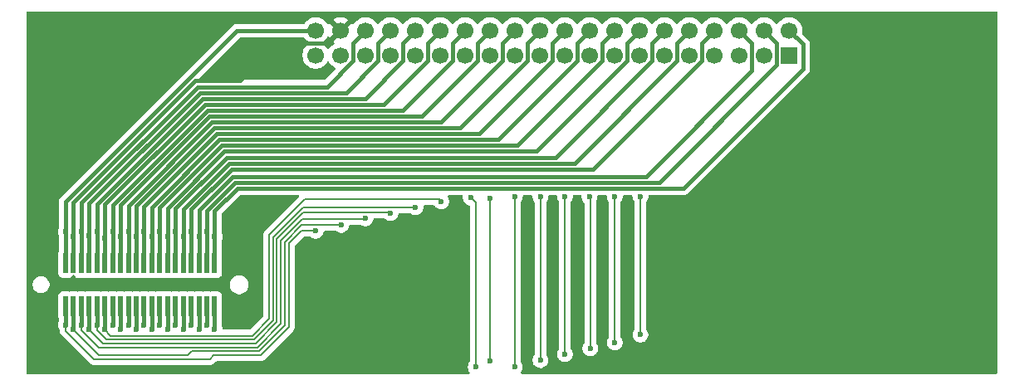
<source format=gbr>
G04 #@! TF.GenerationSoftware,KiCad,Pcbnew,9.0.1*
G04 #@! TF.CreationDate,2025-11-10T14:24:31+01:00*
G04 #@! TF.ProjectId,Debugmodul,44656275-676d-46f6-9475-6c2e6b696361,rev?*
G04 #@! TF.SameCoordinates,Original*
G04 #@! TF.FileFunction,Copper,L1,Top*
G04 #@! TF.FilePolarity,Positive*
%FSLAX46Y46*%
G04 Gerber Fmt 4.6, Leading zero omitted, Abs format (unit mm)*
G04 Created by KiCad (PCBNEW 9.0.1) date 2025-11-10 14:24:31*
%MOMM*%
%LPD*%
G01*
G04 APERTURE LIST*
G04 #@! TA.AperFunction,ComponentPad*
%ADD10R,1.700000X1.700000*%
G04 #@! TD*
G04 #@! TA.AperFunction,ComponentPad*
%ADD11C,1.700000*%
G04 #@! TD*
G04 #@! TA.AperFunction,SMDPad,CuDef*
%ADD12R,0.500000X2.000000*%
G04 #@! TD*
G04 #@! TA.AperFunction,ViaPad*
%ADD13C,0.600000*%
G04 #@! TD*
G04 #@! TA.AperFunction,Conductor*
%ADD14C,0.400000*%
G04 #@! TD*
G04 #@! TA.AperFunction,Conductor*
%ADD15C,0.200000*%
G04 #@! TD*
G04 APERTURE END LIST*
D10*
X178260000Y-72000000D03*
D11*
X178260000Y-69460000D03*
X175720000Y-72000000D03*
X175720000Y-69460000D03*
X173180000Y-72000000D03*
X173180000Y-69460000D03*
X170640000Y-72000000D03*
X170640000Y-69460000D03*
X168100000Y-72000000D03*
X168100000Y-69460000D03*
X165560000Y-72000000D03*
X165560000Y-69460000D03*
X163020000Y-72000000D03*
X163020000Y-69460000D03*
X160480000Y-72000000D03*
X160480000Y-69460000D03*
X157940000Y-72000000D03*
X157940000Y-69460000D03*
X155400000Y-72000000D03*
X155400000Y-69460000D03*
X152860000Y-72000000D03*
X152860000Y-69460000D03*
X150320000Y-72000000D03*
X150320000Y-69460000D03*
X147780000Y-72000000D03*
X147780000Y-69460000D03*
X145240000Y-72000000D03*
X145240000Y-69460000D03*
X142700000Y-72000000D03*
X142700000Y-69460000D03*
X140160000Y-72000000D03*
X140160000Y-69460000D03*
X137620000Y-72000000D03*
X137620000Y-69460000D03*
X135080000Y-72000000D03*
X135080000Y-69460000D03*
X132540000Y-72000000D03*
X132540000Y-69460000D03*
X130000000Y-72000000D03*
X130000000Y-69460000D03*
D12*
X104500000Y-93200000D03*
X104500000Y-97600000D03*
X105300000Y-93200000D03*
X105300000Y-97600000D03*
X106100000Y-93200000D03*
X106100000Y-97600000D03*
X106900000Y-93200000D03*
X106900000Y-97600000D03*
X107700000Y-93200000D03*
X107700000Y-97600000D03*
X108500000Y-93200000D03*
X108500000Y-97600000D03*
X109300000Y-93200000D03*
X109300000Y-97600000D03*
X110100000Y-93200000D03*
X110100000Y-97600000D03*
X110900000Y-93200000D03*
X110900000Y-97600000D03*
X111700000Y-93200000D03*
X111700000Y-97600000D03*
X112500000Y-93200000D03*
X112500000Y-97600000D03*
X113300000Y-93200000D03*
X113300000Y-97600000D03*
X114100000Y-93200000D03*
X114100000Y-97600000D03*
X114900000Y-93200000D03*
X114900000Y-97600000D03*
X115700000Y-93200000D03*
X115700000Y-97600000D03*
X116500000Y-93200000D03*
X116500000Y-97600000D03*
X117300000Y-93200000D03*
X117300000Y-97600000D03*
X118100000Y-93200000D03*
X118100000Y-97600000D03*
X118900000Y-93200000D03*
X118900000Y-97600000D03*
X119700000Y-93200000D03*
X119700000Y-97600000D03*
D13*
X130000000Y-89900000D03*
X132600000Y-89300000D03*
X135050000Y-88650000D03*
X137620000Y-88100000D03*
X140160000Y-87500000D03*
X142800000Y-86900000D03*
X145800000Y-86500000D03*
X146300000Y-103800000D03*
X147800000Y-86600000D03*
X147800000Y-103200000D03*
X150300000Y-86400000D03*
X150300000Y-103800000D03*
X163100000Y-100500000D03*
X160500000Y-101300000D03*
X155400000Y-102500000D03*
X158000000Y-101900000D03*
X152900000Y-103100000D03*
X152900000Y-86400000D03*
X155400000Y-86400000D03*
X157900000Y-86400000D03*
X160500000Y-86400000D03*
X163100000Y-86400000D03*
X119700000Y-100000000D03*
X118900000Y-99500000D03*
X118100000Y-100000000D03*
X117300000Y-99500000D03*
X116500000Y-100000000D03*
X115700000Y-99500000D03*
X114900000Y-100000000D03*
X114100000Y-99500000D03*
X113300000Y-100000000D03*
X112500000Y-99500000D03*
X111700000Y-100000000D03*
X110900000Y-99500000D03*
X110100000Y-100000000D03*
X109300000Y-99500000D03*
X108500000Y-100000000D03*
X107700000Y-99500000D03*
X106900000Y-100000000D03*
X106100000Y-99500000D03*
X105300000Y-100000000D03*
X104500000Y-99500000D03*
X119700000Y-90500000D03*
X118900000Y-90000000D03*
X118100000Y-90500000D03*
X117300000Y-90000000D03*
X116500000Y-90500000D03*
X115700000Y-90000000D03*
X114900000Y-90500000D03*
X114100000Y-90000000D03*
X113300000Y-90500000D03*
X112500000Y-90000000D03*
X111700000Y-90500000D03*
X110900000Y-90000000D03*
X110100000Y-90500000D03*
X109300000Y-90000000D03*
X108500001Y-90625719D03*
X107700001Y-89998299D03*
X106900001Y-90430503D03*
X106100000Y-90000000D03*
X104500000Y-90000000D03*
X105300000Y-90500000D03*
D14*
X179650000Y-70850000D02*
X178260000Y-69460000D01*
X179650000Y-73400000D02*
X179650000Y-70850000D01*
X122023446Y-85550000D02*
X167500000Y-85550000D01*
X167500000Y-85550000D02*
X179650000Y-73400000D01*
X119700000Y-87873446D02*
X122023446Y-85550000D01*
X119700000Y-90500000D02*
X119700000Y-87873446D01*
X177009000Y-72941000D02*
X177009000Y-70789000D01*
X121774918Y-84950000D02*
X165000000Y-84950000D01*
X165000000Y-84950000D02*
X177009000Y-72941000D01*
X118900000Y-87824918D02*
X121774918Y-84950000D01*
X118900000Y-90000000D02*
X118900000Y-87824918D01*
X177009000Y-70789000D02*
X175720000Y-69500000D01*
D15*
X160450000Y-101250000D02*
X160450000Y-86450000D01*
X160450000Y-86450000D02*
X160500000Y-86400000D01*
X160500000Y-101300000D02*
X160450000Y-101250000D01*
X130000000Y-89900000D02*
X128550000Y-89900000D01*
X107900000Y-102600000D02*
X105300000Y-100000000D01*
X116934314Y-102600000D02*
X107900000Y-102600000D01*
X117332315Y-102202000D02*
X116934314Y-102600000D01*
X119430898Y-102202000D02*
X117332315Y-102202000D01*
X124211744Y-102201000D02*
X119431900Y-102201000D01*
X126850000Y-91032900D02*
X126850000Y-99562739D01*
X126850000Y-99562739D02*
X124211744Y-102201000D01*
X128582900Y-89300000D02*
X126850000Y-91032900D01*
X119431900Y-102201000D02*
X119430898Y-102202000D01*
X132600000Y-89300000D02*
X128582900Y-89300000D01*
X106100000Y-100049943D02*
X106100000Y-99500000D01*
X107852057Y-101802000D02*
X106100000Y-100049943D01*
X108602114Y-101802000D02*
X107852057Y-101802000D01*
X108603114Y-101803000D02*
X108602114Y-101802000D01*
X117165627Y-101803000D02*
X108603114Y-101803000D01*
X117166629Y-101802000D02*
X117165627Y-101803000D01*
X119266214Y-101801000D02*
X119265213Y-101802000D01*
X126450000Y-90867215D02*
X126450000Y-99397054D01*
X128617214Y-88700000D02*
X126450000Y-90867215D01*
X135000000Y-88700000D02*
X128617214Y-88700000D01*
X135050000Y-88650000D02*
X135000000Y-88700000D01*
X126450000Y-99397054D02*
X124046059Y-101801000D01*
X124046059Y-101801000D02*
X119266214Y-101801000D01*
X119265213Y-101802000D02*
X117166629Y-101802000D01*
X128900000Y-86700000D02*
X142600000Y-86700000D01*
X125250000Y-90350000D02*
X128900000Y-86700000D01*
X125250000Y-98900000D02*
X125250000Y-90350000D01*
X108769214Y-101402000D02*
X108768214Y-101401000D01*
X117000529Y-101401000D02*
X116999529Y-101402000D01*
X126050000Y-99231372D02*
X123880370Y-101401000D01*
X126050000Y-90700115D02*
X126050000Y-99231372D01*
X128700115Y-88050000D02*
X126050000Y-90700115D01*
X107700000Y-100049943D02*
X107700000Y-99500000D01*
X108651057Y-101001000D02*
X107700000Y-100049943D01*
X137570000Y-88050000D02*
X128700115Y-88050000D01*
X123714685Y-101001000D02*
X116834843Y-101001000D01*
X125650000Y-99065686D02*
X123714685Y-101001000D01*
X109101000Y-100601000D02*
X123549000Y-100601000D01*
X125650000Y-90534430D02*
X125650000Y-99065686D01*
X116999529Y-101402000D02*
X108769214Y-101402000D01*
X128684430Y-87500000D02*
X125650000Y-90534430D01*
X123549000Y-100601000D02*
X125250000Y-98900000D01*
X140160000Y-87500000D02*
X128684430Y-87500000D01*
X108768214Y-101401000D02*
X108301000Y-101401000D01*
X137620000Y-88100000D02*
X137570000Y-88050000D01*
X108500000Y-100000000D02*
X109101000Y-100601000D01*
X116833844Y-101002000D02*
X108934900Y-101002000D01*
X108934900Y-101002000D02*
X108933899Y-101001000D01*
X108301000Y-101401000D02*
X106900000Y-100000000D01*
X116834843Y-101001000D02*
X116833844Y-101002000D01*
X142600000Y-86700000D02*
X142800000Y-86900000D01*
X123880370Y-101401000D02*
X117000529Y-101401000D01*
X108933899Y-101001000D02*
X108651057Y-101001000D01*
X104500000Y-100100000D02*
X104500000Y-99500000D01*
X107401000Y-103001000D02*
X104500000Y-100100000D01*
X119199000Y-103001000D02*
X107401000Y-103001000D01*
X124377844Y-102602000D02*
X119598000Y-102602000D01*
X127251000Y-99728840D02*
X124377844Y-102602000D01*
X127251000Y-91199000D02*
X127251000Y-99728840D01*
X128550000Y-89900000D02*
X127251000Y-91199000D01*
X119598000Y-102602000D02*
X119199000Y-103001000D01*
X146300000Y-103800000D02*
X146300000Y-87000000D01*
X146300000Y-87000000D02*
X145800000Y-86500000D01*
X147800000Y-103200000D02*
X147800000Y-86600000D01*
X150300000Y-103800000D02*
X150300000Y-86400000D01*
X152900000Y-103100000D02*
X152900000Y-86400000D01*
X155400000Y-102500000D02*
X155400000Y-86400000D01*
X158000000Y-101900000D02*
X158000000Y-86500000D01*
X158000000Y-86500000D02*
X157900000Y-86400000D01*
X163100000Y-100500000D02*
X163100000Y-86400000D01*
D14*
X118900000Y-99500000D02*
X118900000Y-97800000D01*
X118100000Y-100000000D02*
X118100000Y-97800000D01*
X117300000Y-99500000D02*
X117300000Y-97800000D01*
X116500000Y-100000000D02*
X116500000Y-97800000D01*
X115700000Y-99500000D02*
X115700000Y-97800000D01*
X114900000Y-100000000D02*
X114900000Y-97800000D01*
X114100000Y-99500000D02*
X114100000Y-97800000D01*
X113300000Y-100000000D02*
X113300000Y-97800000D01*
X112500000Y-99500000D02*
X112500000Y-97800000D01*
X111700000Y-100000000D02*
X111700000Y-97800000D01*
X110900000Y-99500000D02*
X110900000Y-97800000D01*
X110100000Y-100000000D02*
X110100000Y-97800000D01*
X109300000Y-99500000D02*
X109300000Y-97800000D01*
X108500000Y-100000000D02*
X108500000Y-97800000D01*
X107700000Y-99500000D02*
X107700000Y-97800000D01*
X106900000Y-100000000D02*
X106900000Y-97800000D01*
X106100000Y-99500000D02*
X106100000Y-97800000D01*
X105300000Y-100000000D02*
X105300000Y-97800000D01*
X104500000Y-99500000D02*
X104500000Y-97800000D01*
X118100000Y-90500000D02*
X118100000Y-87776390D01*
X117300000Y-90000000D02*
X117300000Y-87727862D01*
X116500000Y-93000000D02*
X116500000Y-90500000D01*
X115700000Y-90000000D02*
X115700000Y-87630806D01*
X114900000Y-90500000D02*
X114900000Y-87582278D01*
X114100000Y-90000000D02*
X114100000Y-87533750D01*
X113300000Y-90500000D02*
X113300000Y-87485222D01*
X112500000Y-90000000D02*
X112500000Y-87436694D01*
X111700000Y-90500000D02*
X111700000Y-87388166D01*
X110900000Y-90000000D02*
X110900000Y-87339638D01*
X110100000Y-90500000D02*
X110100000Y-93000000D01*
X109300000Y-90000000D02*
X109300000Y-93000000D01*
X151571000Y-72558182D02*
X151571000Y-70789000D01*
X144729182Y-79400000D02*
X151571000Y-72558182D01*
X119688166Y-79400000D02*
X144729182Y-79400000D01*
X111700000Y-87388166D02*
X119688166Y-79400000D01*
X151571000Y-70789000D02*
X152860000Y-69500000D01*
X111700000Y-93000000D02*
X111700000Y-90500000D01*
X149031000Y-70789000D02*
X150320000Y-69500000D01*
X149031000Y-72558182D02*
X149031000Y-70789000D01*
X142789182Y-78800000D02*
X149031000Y-72558182D01*
X119439638Y-78800000D02*
X142789182Y-78800000D01*
X110900000Y-87339638D02*
X119439638Y-78800000D01*
X110900000Y-93000000D02*
X110900000Y-90000000D01*
X118942582Y-77600000D02*
X109300000Y-87242582D01*
X109300000Y-87242582D02*
X109300000Y-90000000D01*
X138909182Y-77600000D02*
X118942582Y-77600000D01*
X143951000Y-70789000D02*
X143951000Y-72558182D01*
X143951000Y-72558182D02*
X138909182Y-77600000D01*
X145240000Y-69500000D02*
X143951000Y-70789000D01*
X108500001Y-87194053D02*
X108500001Y-90625719D01*
X118694054Y-77000000D02*
X108500001Y-87194053D01*
X136969182Y-77000000D02*
X118694054Y-77000000D01*
X141449000Y-72520182D02*
X136969182Y-77000000D01*
X141449000Y-70751000D02*
X141449000Y-72520182D01*
X142700000Y-69500000D02*
X141449000Y-70751000D01*
X118445526Y-76400000D02*
X107700001Y-87145525D01*
X135067182Y-76400000D02*
X118445526Y-76400000D01*
X138909000Y-72558182D02*
X135067182Y-76400000D01*
X138909000Y-70751000D02*
X138909000Y-72558182D01*
X140160000Y-69500000D02*
X138909000Y-70751000D01*
X107700001Y-87145525D02*
X107700001Y-89998299D01*
X106900000Y-87096998D02*
X106900001Y-90430503D01*
X133127182Y-75800000D02*
X118196998Y-75800000D01*
X136369000Y-72558182D02*
X133127182Y-75800000D01*
X136369000Y-70751000D02*
X136369000Y-72558182D01*
X137620000Y-69500000D02*
X136369000Y-70751000D01*
X118196998Y-75800000D02*
X106900000Y-87096998D01*
X131290000Y-70750000D02*
X132540000Y-69500000D01*
X122248000Y-74600000D02*
X126098000Y-70750000D01*
X117699942Y-74600000D02*
X122248000Y-74600000D01*
X105300000Y-86999942D02*
X117699942Y-74600000D01*
X105300000Y-90500000D02*
X105300000Y-86999942D01*
X126098000Y-70750000D02*
X131290000Y-70750000D01*
X133829000Y-72558182D02*
X133829000Y-70751000D01*
X131187182Y-75200000D02*
X133829000Y-72558182D01*
X106100000Y-87048470D02*
X117948470Y-75200000D01*
X133829000Y-70751000D02*
X135080000Y-69500000D01*
X106100000Y-90000000D02*
X106100000Y-87048470D01*
X117948470Y-75200000D02*
X131187182Y-75200000D01*
X119700000Y-93000000D02*
X119700000Y-90500000D01*
X118900000Y-93000000D02*
X118900000Y-90000000D01*
X174469000Y-70789000D02*
X173180000Y-69500000D01*
X163700000Y-84350000D02*
X174469000Y-73581000D01*
X121526390Y-84350000D02*
X163700000Y-84350000D01*
X118100000Y-87776390D02*
X121526390Y-84350000D01*
X118100000Y-93000000D02*
X118100000Y-90500000D01*
X169351000Y-70789000D02*
X170640000Y-69500000D01*
X169351000Y-72558182D02*
X169351000Y-70789000D01*
X158309182Y-83600000D02*
X169351000Y-72558182D01*
X121427862Y-83600000D02*
X158309182Y-83600000D01*
X117300000Y-93000000D02*
X117300000Y-90000000D01*
X166849000Y-72558182D02*
X166849000Y-70751000D01*
X156407182Y-83000000D02*
X166849000Y-72558182D01*
X116500000Y-87679334D02*
X121179334Y-83000000D01*
X116500000Y-90500000D02*
X116500000Y-87679334D01*
X164309000Y-70751000D02*
X165560000Y-69500000D01*
X164309000Y-72558182D02*
X164309000Y-70751000D01*
X154467182Y-82400000D02*
X164309000Y-72558182D01*
X120930806Y-82400000D02*
X154467182Y-82400000D01*
X121179334Y-83000000D02*
X156407182Y-83000000D01*
X115700000Y-87630806D02*
X120930806Y-82400000D01*
X161731000Y-70789000D02*
X163020000Y-69500000D01*
X161731000Y-72558182D02*
X161731000Y-70789000D01*
X120682278Y-81800000D02*
X152489182Y-81800000D01*
X174469000Y-73581000D02*
X174469000Y-70789000D01*
X114900000Y-87582278D02*
X120682278Y-81800000D01*
X114900000Y-93000000D02*
X114900000Y-90500000D01*
X159191000Y-70789000D02*
X160480000Y-69500000D01*
X159191000Y-72558182D02*
X159191000Y-70789000D01*
X150549182Y-81200000D02*
X159191000Y-72558182D01*
X114100000Y-87533750D02*
X120433750Y-81200000D01*
X114100000Y-93000000D02*
X114100000Y-90000000D01*
X156651000Y-72558182D02*
X156651000Y-70789000D01*
X148609182Y-80600000D02*
X156651000Y-72558182D01*
X113300000Y-93000000D02*
X113300000Y-90500000D01*
X154149000Y-70751000D02*
X155400000Y-69500000D01*
X154149000Y-72520182D02*
X154149000Y-70751000D01*
X146669182Y-80000000D02*
X154149000Y-72520182D01*
X119936694Y-80000000D02*
X146669182Y-80000000D01*
X112500000Y-93000000D02*
X112500000Y-90000000D01*
X166849000Y-70751000D02*
X168100000Y-69500000D01*
X117300000Y-87727862D02*
X121427862Y-83600000D01*
X119191110Y-78200000D02*
X110100000Y-87291110D01*
X140847768Y-78200000D02*
X119191110Y-78200000D01*
X146491000Y-72556768D02*
X140847768Y-78200000D01*
X147780000Y-69500000D02*
X146491000Y-70789000D01*
X152489182Y-81800000D02*
X161731000Y-72558182D01*
X113300000Y-87485222D02*
X120185222Y-80600000D01*
X120185222Y-80600000D02*
X148609182Y-80600000D01*
X120433750Y-81200000D02*
X150549182Y-81200000D01*
X110100000Y-87291110D02*
X110100000Y-90500000D01*
X156651000Y-70789000D02*
X157940000Y-69500000D01*
X115700000Y-93000000D02*
X115700000Y-90000000D01*
X146491000Y-70789000D02*
X146491000Y-72556768D01*
X112500000Y-87436694D02*
X119936694Y-80000000D01*
X121950000Y-69500000D02*
X130000000Y-69500000D01*
X104500000Y-90000000D02*
X104500000Y-86950000D01*
X104500000Y-86950000D02*
X121950000Y-69500000D01*
X108500000Y-93000000D02*
X108500001Y-90625719D01*
X107700000Y-93000000D02*
X107700001Y-89998299D01*
X106900000Y-93000000D02*
X106900001Y-90430503D01*
X106100000Y-93000000D02*
X106100000Y-90000000D01*
X105300000Y-93000000D02*
X105300000Y-90500000D01*
X104500000Y-93000000D02*
X104500000Y-90000000D01*
X119700000Y-100000000D02*
X119700000Y-97800000D01*
G04 #@! TA.AperFunction,Conductor*
G36*
X199442539Y-67520185D02*
G01*
X199488294Y-67572989D01*
X199499500Y-67624500D01*
X199499500Y-104375500D01*
X199479815Y-104442539D01*
X199427011Y-104488294D01*
X199375500Y-104499500D01*
X151027350Y-104499500D01*
X150960311Y-104479815D01*
X150914556Y-104427011D01*
X150904612Y-104357853D01*
X150924248Y-104306609D01*
X151009390Y-104179185D01*
X151009390Y-104179184D01*
X151009394Y-104179179D01*
X151069737Y-104033497D01*
X151100500Y-103878842D01*
X151100500Y-103721158D01*
X151100500Y-103721155D01*
X151100499Y-103721153D01*
X151078447Y-103610292D01*
X151069737Y-103566503D01*
X151034536Y-103481519D01*
X151009397Y-103420827D01*
X151009390Y-103420814D01*
X150921398Y-103289125D01*
X150900520Y-103222447D01*
X150900500Y-103220234D01*
X150900500Y-86979765D01*
X150920185Y-86912726D01*
X150921398Y-86910874D01*
X150981347Y-86821155D01*
X151009394Y-86779179D01*
X151069737Y-86633497D01*
X151100500Y-86478842D01*
X151100500Y-86374500D01*
X151120185Y-86307461D01*
X151172989Y-86261706D01*
X151224500Y-86250500D01*
X151975500Y-86250500D01*
X152042539Y-86270185D01*
X152088294Y-86322989D01*
X152099500Y-86374500D01*
X152099500Y-86478846D01*
X152130261Y-86633489D01*
X152130264Y-86633501D01*
X152190602Y-86779172D01*
X152190609Y-86779185D01*
X152278602Y-86910874D01*
X152299480Y-86977551D01*
X152299500Y-86979765D01*
X152299500Y-102520234D01*
X152279815Y-102587273D01*
X152278602Y-102589125D01*
X152190609Y-102720814D01*
X152190602Y-102720827D01*
X152130264Y-102866498D01*
X152130261Y-102866510D01*
X152099500Y-103021153D01*
X152099500Y-103178846D01*
X152130261Y-103333489D01*
X152130264Y-103333501D01*
X152190602Y-103479172D01*
X152190609Y-103479185D01*
X152278210Y-103610288D01*
X152278213Y-103610292D01*
X152389707Y-103721786D01*
X152389711Y-103721789D01*
X152520814Y-103809390D01*
X152520827Y-103809397D01*
X152666498Y-103869735D01*
X152666503Y-103869737D01*
X152813119Y-103898901D01*
X152821153Y-103900499D01*
X152821156Y-103900500D01*
X152821158Y-103900500D01*
X152978844Y-103900500D01*
X152978845Y-103900499D01*
X153133497Y-103869737D01*
X153279179Y-103809394D01*
X153410289Y-103721789D01*
X153521789Y-103610289D01*
X153609394Y-103479179D01*
X153669737Y-103333497D01*
X153700500Y-103178842D01*
X153700500Y-103021158D01*
X153700500Y-103021155D01*
X153700499Y-103021153D01*
X153688434Y-102960501D01*
X153669737Y-102866503D01*
X153650812Y-102820814D01*
X153609397Y-102720827D01*
X153609390Y-102720814D01*
X153521398Y-102589125D01*
X153500520Y-102522447D01*
X153500500Y-102520234D01*
X153500500Y-86979765D01*
X153520185Y-86912726D01*
X153521398Y-86910874D01*
X153581347Y-86821155D01*
X153609394Y-86779179D01*
X153669737Y-86633497D01*
X153700500Y-86478842D01*
X153700500Y-86374500D01*
X153720185Y-86307461D01*
X153772989Y-86261706D01*
X153824500Y-86250500D01*
X154475500Y-86250500D01*
X154542539Y-86270185D01*
X154588294Y-86322989D01*
X154599500Y-86374500D01*
X154599500Y-86478846D01*
X154630261Y-86633489D01*
X154630264Y-86633501D01*
X154690602Y-86779172D01*
X154690609Y-86779185D01*
X154778602Y-86910874D01*
X154799480Y-86977551D01*
X154799500Y-86979765D01*
X154799500Y-101920234D01*
X154779815Y-101987273D01*
X154778602Y-101989125D01*
X154690609Y-102120814D01*
X154690602Y-102120827D01*
X154630264Y-102266498D01*
X154630261Y-102266510D01*
X154599500Y-102421153D01*
X154599500Y-102578846D01*
X154630261Y-102733489D01*
X154630264Y-102733501D01*
X154690602Y-102879172D01*
X154690609Y-102879185D01*
X154778210Y-103010288D01*
X154778213Y-103010292D01*
X154889707Y-103121786D01*
X154889711Y-103121789D01*
X155020814Y-103209390D01*
X155020827Y-103209397D01*
X155091857Y-103238818D01*
X155166503Y-103269737D01*
X155321153Y-103300499D01*
X155321156Y-103300500D01*
X155321158Y-103300500D01*
X155478844Y-103300500D01*
X155478845Y-103300499D01*
X155633497Y-103269737D01*
X155779179Y-103209394D01*
X155910289Y-103121789D01*
X156021789Y-103010289D01*
X156109394Y-102879179D01*
X156169737Y-102733497D01*
X156200500Y-102578842D01*
X156200500Y-102421158D01*
X156200500Y-102421155D01*
X156200499Y-102421153D01*
X156198338Y-102410288D01*
X156169737Y-102266503D01*
X156169735Y-102266498D01*
X156109397Y-102120827D01*
X156109390Y-102120814D01*
X156021398Y-101989125D01*
X156000520Y-101922447D01*
X156000500Y-101920234D01*
X156000500Y-86979765D01*
X156020185Y-86912726D01*
X156021398Y-86910874D01*
X156081347Y-86821155D01*
X156109394Y-86779179D01*
X156169737Y-86633497D01*
X156200500Y-86478842D01*
X156200500Y-86374500D01*
X156220185Y-86307461D01*
X156272989Y-86261706D01*
X156324500Y-86250500D01*
X156975500Y-86250500D01*
X157042539Y-86270185D01*
X157088294Y-86322989D01*
X157099500Y-86374500D01*
X157099500Y-86478846D01*
X157130261Y-86633489D01*
X157130264Y-86633501D01*
X157190602Y-86779172D01*
X157190609Y-86779185D01*
X157278209Y-86910287D01*
X157278210Y-86910288D01*
X157278211Y-86910289D01*
X157363182Y-86995260D01*
X157396666Y-87056581D01*
X157399500Y-87082940D01*
X157399500Y-101320234D01*
X157379815Y-101387273D01*
X157378602Y-101389125D01*
X157290609Y-101520814D01*
X157290602Y-101520827D01*
X157230264Y-101666498D01*
X157230261Y-101666510D01*
X157199500Y-101821153D01*
X157199500Y-101978846D01*
X157230261Y-102133489D01*
X157230264Y-102133501D01*
X157290602Y-102279172D01*
X157290609Y-102279185D01*
X157378210Y-102410288D01*
X157378213Y-102410292D01*
X157489707Y-102521786D01*
X157489711Y-102521789D01*
X157620814Y-102609390D01*
X157620827Y-102609397D01*
X157736448Y-102657288D01*
X157766503Y-102669737D01*
X157921153Y-102700499D01*
X157921156Y-102700500D01*
X157921158Y-102700500D01*
X158078844Y-102700500D01*
X158078845Y-102700499D01*
X158233497Y-102669737D01*
X158379179Y-102609394D01*
X158510289Y-102521789D01*
X158621789Y-102410289D01*
X158709394Y-102279179D01*
X158769737Y-102133497D01*
X158800500Y-101978842D01*
X158800500Y-101821158D01*
X158800500Y-101821155D01*
X158800499Y-101821153D01*
X158798338Y-101810288D01*
X158769737Y-101666503D01*
X158769735Y-101666498D01*
X158709397Y-101520827D01*
X158709390Y-101520814D01*
X158621398Y-101389125D01*
X158600520Y-101322447D01*
X158600500Y-101320234D01*
X158600500Y-86825316D01*
X158609939Y-86777864D01*
X158650954Y-86678844D01*
X158669737Y-86633497D01*
X158700500Y-86478842D01*
X158700500Y-86374500D01*
X158720185Y-86307461D01*
X158772989Y-86261706D01*
X158824500Y-86250500D01*
X159575500Y-86250500D01*
X159642539Y-86270185D01*
X159688294Y-86322989D01*
X159699500Y-86374500D01*
X159699500Y-86478846D01*
X159730261Y-86633489D01*
X159730264Y-86633501D01*
X159790602Y-86779172D01*
X159790606Y-86779179D01*
X159828602Y-86836044D01*
X159849480Y-86902721D01*
X159849500Y-86904935D01*
X159849500Y-100795064D01*
X159829815Y-100862103D01*
X159828603Y-100863954D01*
X159790608Y-100920817D01*
X159790602Y-100920828D01*
X159730264Y-101066498D01*
X159730261Y-101066510D01*
X159699500Y-101221153D01*
X159699500Y-101378846D01*
X159730261Y-101533489D01*
X159730264Y-101533501D01*
X159790602Y-101679172D01*
X159790609Y-101679185D01*
X159878210Y-101810288D01*
X159878213Y-101810292D01*
X159989707Y-101921786D01*
X159989711Y-101921789D01*
X160120814Y-102009390D01*
X160120827Y-102009397D01*
X160266498Y-102069735D01*
X160266503Y-102069737D01*
X160421153Y-102100499D01*
X160421156Y-102100500D01*
X160421158Y-102100500D01*
X160578844Y-102100500D01*
X160578845Y-102100499D01*
X160733497Y-102069737D01*
X160879179Y-102009394D01*
X161010289Y-101921789D01*
X161121789Y-101810289D01*
X161209394Y-101679179D01*
X161269737Y-101533497D01*
X161300500Y-101378842D01*
X161300500Y-101221158D01*
X161300500Y-101221155D01*
X161300499Y-101221153D01*
X161280734Y-101121789D01*
X161269737Y-101066503D01*
X161209397Y-100920828D01*
X161209397Y-100920827D01*
X161209390Y-100920814D01*
X161121789Y-100789711D01*
X161121786Y-100789707D01*
X161086819Y-100754740D01*
X161053334Y-100693417D01*
X161050500Y-100667059D01*
X161050500Y-87032940D01*
X161070185Y-86965901D01*
X161086820Y-86945258D01*
X161121786Y-86910292D01*
X161121789Y-86910289D01*
X161209394Y-86779179D01*
X161269737Y-86633497D01*
X161300500Y-86478842D01*
X161300500Y-86374500D01*
X161320185Y-86307461D01*
X161372989Y-86261706D01*
X161424500Y-86250500D01*
X162175500Y-86250500D01*
X162242539Y-86270185D01*
X162288294Y-86322989D01*
X162299500Y-86374500D01*
X162299500Y-86478846D01*
X162330261Y-86633489D01*
X162330264Y-86633501D01*
X162390602Y-86779172D01*
X162390609Y-86779185D01*
X162478602Y-86910874D01*
X162499480Y-86977551D01*
X162499500Y-86979765D01*
X162499500Y-99920234D01*
X162479815Y-99987273D01*
X162478602Y-99989125D01*
X162390609Y-100120814D01*
X162390602Y-100120827D01*
X162330264Y-100266498D01*
X162330261Y-100266510D01*
X162299500Y-100421153D01*
X162299500Y-100578846D01*
X162330261Y-100733489D01*
X162330264Y-100733501D01*
X162390602Y-100879172D01*
X162390609Y-100879185D01*
X162478210Y-101010288D01*
X162478213Y-101010292D01*
X162589707Y-101121786D01*
X162589711Y-101121789D01*
X162720814Y-101209390D01*
X162720827Y-101209397D01*
X162866498Y-101269735D01*
X162866503Y-101269737D01*
X163021153Y-101300499D01*
X163021156Y-101300500D01*
X163021158Y-101300500D01*
X163178844Y-101300500D01*
X163178845Y-101300499D01*
X163333497Y-101269737D01*
X163479179Y-101209394D01*
X163610289Y-101121789D01*
X163721789Y-101010289D01*
X163809394Y-100879179D01*
X163869737Y-100733497D01*
X163900500Y-100578842D01*
X163900500Y-100421158D01*
X163900500Y-100421155D01*
X163900499Y-100421153D01*
X163869738Y-100266510D01*
X163869737Y-100266503D01*
X163833515Y-100179054D01*
X163809397Y-100120827D01*
X163809390Y-100120814D01*
X163721398Y-99989125D01*
X163700520Y-99922447D01*
X163700500Y-99920234D01*
X163700500Y-86979765D01*
X163720185Y-86912726D01*
X163721398Y-86910874D01*
X163781347Y-86821155D01*
X163809394Y-86779179D01*
X163869737Y-86633497D01*
X163900500Y-86478842D01*
X163900500Y-86374500D01*
X163920185Y-86307461D01*
X163972989Y-86261706D01*
X164024500Y-86250500D01*
X167568996Y-86250500D01*
X167660040Y-86232389D01*
X167704328Y-86223580D01*
X167768069Y-86197177D01*
X167831807Y-86170777D01*
X167831808Y-86170776D01*
X167831811Y-86170775D01*
X167946543Y-86094114D01*
X180194114Y-73846543D01*
X180270775Y-73731811D01*
X180323580Y-73604328D01*
X180350500Y-73468994D01*
X180350500Y-73331006D01*
X180350500Y-70781007D01*
X180336685Y-70711557D01*
X180323580Y-70645672D01*
X180270775Y-70518189D01*
X180194114Y-70403457D01*
X180194112Y-70403454D01*
X180194111Y-70403453D01*
X179620507Y-69829850D01*
X179587022Y-69768527D01*
X179585715Y-69722771D01*
X179610500Y-69566286D01*
X179610500Y-69353713D01*
X179596767Y-69267007D01*
X179577246Y-69143757D01*
X179511557Y-68941588D01*
X179415051Y-68752184D01*
X179415049Y-68752181D01*
X179415048Y-68752179D01*
X179290109Y-68580213D01*
X179139786Y-68429890D01*
X178967820Y-68304951D01*
X178778414Y-68208444D01*
X178778413Y-68208443D01*
X178778412Y-68208443D01*
X178576243Y-68142754D01*
X178576241Y-68142753D01*
X178576240Y-68142753D01*
X178414957Y-68117208D01*
X178366287Y-68109500D01*
X178153713Y-68109500D01*
X178105042Y-68117208D01*
X177943760Y-68142753D01*
X177741585Y-68208444D01*
X177552179Y-68304951D01*
X177380213Y-68429890D01*
X177229890Y-68580213D01*
X177104949Y-68752182D01*
X177100484Y-68760946D01*
X177052509Y-68811742D01*
X176984688Y-68828536D01*
X176918553Y-68805998D01*
X176879516Y-68760946D01*
X176875050Y-68752182D01*
X176750109Y-68580213D01*
X176599786Y-68429890D01*
X176427820Y-68304951D01*
X176238414Y-68208444D01*
X176238413Y-68208443D01*
X176238412Y-68208443D01*
X176036243Y-68142754D01*
X176036241Y-68142753D01*
X176036240Y-68142753D01*
X175874957Y-68117208D01*
X175826287Y-68109500D01*
X175613713Y-68109500D01*
X175565042Y-68117208D01*
X175403760Y-68142753D01*
X175201585Y-68208444D01*
X175012179Y-68304951D01*
X174840213Y-68429890D01*
X174689890Y-68580213D01*
X174564949Y-68752182D01*
X174560484Y-68760946D01*
X174512509Y-68811742D01*
X174444688Y-68828536D01*
X174378553Y-68805998D01*
X174339516Y-68760946D01*
X174335050Y-68752182D01*
X174210109Y-68580213D01*
X174059786Y-68429890D01*
X173887820Y-68304951D01*
X173698414Y-68208444D01*
X173698413Y-68208443D01*
X173698412Y-68208443D01*
X173496243Y-68142754D01*
X173496241Y-68142753D01*
X173496240Y-68142753D01*
X173334957Y-68117208D01*
X173286287Y-68109500D01*
X173073713Y-68109500D01*
X173025042Y-68117208D01*
X172863760Y-68142753D01*
X172661585Y-68208444D01*
X172472179Y-68304951D01*
X172300213Y-68429890D01*
X172149890Y-68580213D01*
X172024949Y-68752182D01*
X172020484Y-68760946D01*
X171972509Y-68811742D01*
X171904688Y-68828536D01*
X171838553Y-68805998D01*
X171799516Y-68760946D01*
X171795050Y-68752182D01*
X171670109Y-68580213D01*
X171519786Y-68429890D01*
X171347820Y-68304951D01*
X171158414Y-68208444D01*
X171158413Y-68208443D01*
X171158412Y-68208443D01*
X170956243Y-68142754D01*
X170956241Y-68142753D01*
X170956240Y-68142753D01*
X170794957Y-68117208D01*
X170746287Y-68109500D01*
X170533713Y-68109500D01*
X170485042Y-68117208D01*
X170323760Y-68142753D01*
X170121585Y-68208444D01*
X169932179Y-68304951D01*
X169760213Y-68429890D01*
X169609890Y-68580213D01*
X169484949Y-68752182D01*
X169480484Y-68760946D01*
X169432509Y-68811742D01*
X169364688Y-68828536D01*
X169298553Y-68805998D01*
X169259516Y-68760946D01*
X169255050Y-68752182D01*
X169130109Y-68580213D01*
X168979786Y-68429890D01*
X168807820Y-68304951D01*
X168618414Y-68208444D01*
X168618413Y-68208443D01*
X168618412Y-68208443D01*
X168416243Y-68142754D01*
X168416241Y-68142753D01*
X168416240Y-68142753D01*
X168254957Y-68117208D01*
X168206287Y-68109500D01*
X167993713Y-68109500D01*
X167945042Y-68117208D01*
X167783760Y-68142753D01*
X167581585Y-68208444D01*
X167392179Y-68304951D01*
X167220213Y-68429890D01*
X167069890Y-68580213D01*
X166944949Y-68752182D01*
X166940484Y-68760946D01*
X166892509Y-68811742D01*
X166824688Y-68828536D01*
X166758553Y-68805998D01*
X166719516Y-68760946D01*
X166715050Y-68752182D01*
X166590109Y-68580213D01*
X166439786Y-68429890D01*
X166267820Y-68304951D01*
X166078414Y-68208444D01*
X166078413Y-68208443D01*
X166078412Y-68208443D01*
X165876243Y-68142754D01*
X165876241Y-68142753D01*
X165876240Y-68142753D01*
X165714957Y-68117208D01*
X165666287Y-68109500D01*
X165453713Y-68109500D01*
X165405042Y-68117208D01*
X165243760Y-68142753D01*
X165041585Y-68208444D01*
X164852179Y-68304951D01*
X164680213Y-68429890D01*
X164529890Y-68580213D01*
X164404949Y-68752182D01*
X164400484Y-68760946D01*
X164352509Y-68811742D01*
X164284688Y-68828536D01*
X164218553Y-68805998D01*
X164179516Y-68760946D01*
X164175050Y-68752182D01*
X164050109Y-68580213D01*
X163899786Y-68429890D01*
X163727820Y-68304951D01*
X163538414Y-68208444D01*
X163538413Y-68208443D01*
X163538412Y-68208443D01*
X163336243Y-68142754D01*
X163336241Y-68142753D01*
X163336240Y-68142753D01*
X163174957Y-68117208D01*
X163126287Y-68109500D01*
X162913713Y-68109500D01*
X162865042Y-68117208D01*
X162703760Y-68142753D01*
X162501585Y-68208444D01*
X162312179Y-68304951D01*
X162140213Y-68429890D01*
X161989890Y-68580213D01*
X161864949Y-68752182D01*
X161860484Y-68760946D01*
X161812509Y-68811742D01*
X161744688Y-68828536D01*
X161678553Y-68805998D01*
X161639516Y-68760946D01*
X161635050Y-68752182D01*
X161510109Y-68580213D01*
X161359786Y-68429890D01*
X161187820Y-68304951D01*
X160998414Y-68208444D01*
X160998413Y-68208443D01*
X160998412Y-68208443D01*
X160796243Y-68142754D01*
X160796241Y-68142753D01*
X160796240Y-68142753D01*
X160634957Y-68117208D01*
X160586287Y-68109500D01*
X160373713Y-68109500D01*
X160325042Y-68117208D01*
X160163760Y-68142753D01*
X159961585Y-68208444D01*
X159772179Y-68304951D01*
X159600213Y-68429890D01*
X159449890Y-68580213D01*
X159324949Y-68752182D01*
X159320484Y-68760946D01*
X159272509Y-68811742D01*
X159204688Y-68828536D01*
X159138553Y-68805998D01*
X159099516Y-68760946D01*
X159095050Y-68752182D01*
X158970109Y-68580213D01*
X158819786Y-68429890D01*
X158647820Y-68304951D01*
X158458414Y-68208444D01*
X158458413Y-68208443D01*
X158458412Y-68208443D01*
X158256243Y-68142754D01*
X158256241Y-68142753D01*
X158256240Y-68142753D01*
X158094957Y-68117208D01*
X158046287Y-68109500D01*
X157833713Y-68109500D01*
X157785042Y-68117208D01*
X157623760Y-68142753D01*
X157421585Y-68208444D01*
X157232179Y-68304951D01*
X157060213Y-68429890D01*
X156909890Y-68580213D01*
X156784949Y-68752182D01*
X156780484Y-68760946D01*
X156732509Y-68811742D01*
X156664688Y-68828536D01*
X156598553Y-68805998D01*
X156559516Y-68760946D01*
X156555050Y-68752182D01*
X156430109Y-68580213D01*
X156279786Y-68429890D01*
X156107820Y-68304951D01*
X155918414Y-68208444D01*
X155918413Y-68208443D01*
X155918412Y-68208443D01*
X155716243Y-68142754D01*
X155716241Y-68142753D01*
X155716240Y-68142753D01*
X155554957Y-68117208D01*
X155506287Y-68109500D01*
X155293713Y-68109500D01*
X155245042Y-68117208D01*
X155083760Y-68142753D01*
X154881585Y-68208444D01*
X154692179Y-68304951D01*
X154520213Y-68429890D01*
X154369890Y-68580213D01*
X154244949Y-68752182D01*
X154240484Y-68760946D01*
X154192509Y-68811742D01*
X154124688Y-68828536D01*
X154058553Y-68805998D01*
X154019516Y-68760946D01*
X154015050Y-68752182D01*
X153890109Y-68580213D01*
X153739786Y-68429890D01*
X153567820Y-68304951D01*
X153378414Y-68208444D01*
X153378413Y-68208443D01*
X153378412Y-68208443D01*
X153176243Y-68142754D01*
X153176241Y-68142753D01*
X153176240Y-68142753D01*
X153014957Y-68117208D01*
X152966287Y-68109500D01*
X152753713Y-68109500D01*
X152705042Y-68117208D01*
X152543760Y-68142753D01*
X152341585Y-68208444D01*
X152152179Y-68304951D01*
X151980213Y-68429890D01*
X151829890Y-68580213D01*
X151704949Y-68752182D01*
X151700484Y-68760946D01*
X151652509Y-68811742D01*
X151584688Y-68828536D01*
X151518553Y-68805998D01*
X151479516Y-68760946D01*
X151475050Y-68752182D01*
X151350109Y-68580213D01*
X151199786Y-68429890D01*
X151027820Y-68304951D01*
X150838414Y-68208444D01*
X150838413Y-68208443D01*
X150838412Y-68208443D01*
X150636243Y-68142754D01*
X150636241Y-68142753D01*
X150636240Y-68142753D01*
X150474957Y-68117208D01*
X150426287Y-68109500D01*
X150213713Y-68109500D01*
X150165042Y-68117208D01*
X150003760Y-68142753D01*
X149801585Y-68208444D01*
X149612179Y-68304951D01*
X149440213Y-68429890D01*
X149289890Y-68580213D01*
X149164949Y-68752182D01*
X149160484Y-68760946D01*
X149112509Y-68811742D01*
X149044688Y-68828536D01*
X148978553Y-68805998D01*
X148939516Y-68760946D01*
X148935050Y-68752182D01*
X148810109Y-68580213D01*
X148659786Y-68429890D01*
X148487820Y-68304951D01*
X148298414Y-68208444D01*
X148298413Y-68208443D01*
X148298412Y-68208443D01*
X148096243Y-68142754D01*
X148096241Y-68142753D01*
X148096240Y-68142753D01*
X147934957Y-68117208D01*
X147886287Y-68109500D01*
X147673713Y-68109500D01*
X147625042Y-68117208D01*
X147463760Y-68142753D01*
X147261585Y-68208444D01*
X147072179Y-68304951D01*
X146900213Y-68429890D01*
X146749890Y-68580213D01*
X146624949Y-68752182D01*
X146620484Y-68760946D01*
X146572509Y-68811742D01*
X146504688Y-68828536D01*
X146438553Y-68805998D01*
X146399516Y-68760946D01*
X146395050Y-68752182D01*
X146270109Y-68580213D01*
X146119786Y-68429890D01*
X145947820Y-68304951D01*
X145758414Y-68208444D01*
X145758413Y-68208443D01*
X145758412Y-68208443D01*
X145556243Y-68142754D01*
X145556241Y-68142753D01*
X145556240Y-68142753D01*
X145394957Y-68117208D01*
X145346287Y-68109500D01*
X145133713Y-68109500D01*
X145085042Y-68117208D01*
X144923760Y-68142753D01*
X144721585Y-68208444D01*
X144532179Y-68304951D01*
X144360213Y-68429890D01*
X144209890Y-68580213D01*
X144084949Y-68752182D01*
X144080484Y-68760946D01*
X144032509Y-68811742D01*
X143964688Y-68828536D01*
X143898553Y-68805998D01*
X143859516Y-68760946D01*
X143855050Y-68752182D01*
X143730109Y-68580213D01*
X143579786Y-68429890D01*
X143407820Y-68304951D01*
X143218414Y-68208444D01*
X143218413Y-68208443D01*
X143218412Y-68208443D01*
X143016243Y-68142754D01*
X143016241Y-68142753D01*
X143016240Y-68142753D01*
X142854957Y-68117208D01*
X142806287Y-68109500D01*
X142593713Y-68109500D01*
X142545042Y-68117208D01*
X142383760Y-68142753D01*
X142181585Y-68208444D01*
X141992179Y-68304951D01*
X141820213Y-68429890D01*
X141669890Y-68580213D01*
X141544949Y-68752182D01*
X141540484Y-68760946D01*
X141492509Y-68811742D01*
X141424688Y-68828536D01*
X141358553Y-68805998D01*
X141319516Y-68760946D01*
X141315050Y-68752182D01*
X141190109Y-68580213D01*
X141039786Y-68429890D01*
X140867820Y-68304951D01*
X140678414Y-68208444D01*
X140678413Y-68208443D01*
X140678412Y-68208443D01*
X140476243Y-68142754D01*
X140476241Y-68142753D01*
X140476240Y-68142753D01*
X140314957Y-68117208D01*
X140266287Y-68109500D01*
X140053713Y-68109500D01*
X140005042Y-68117208D01*
X139843760Y-68142753D01*
X139641585Y-68208444D01*
X139452179Y-68304951D01*
X139280213Y-68429890D01*
X139129890Y-68580213D01*
X139004949Y-68752182D01*
X139000484Y-68760946D01*
X138952509Y-68811742D01*
X138884688Y-68828536D01*
X138818553Y-68805998D01*
X138779516Y-68760946D01*
X138775050Y-68752182D01*
X138650109Y-68580213D01*
X138499786Y-68429890D01*
X138327820Y-68304951D01*
X138138414Y-68208444D01*
X138138413Y-68208443D01*
X138138412Y-68208443D01*
X137936243Y-68142754D01*
X137936241Y-68142753D01*
X137936240Y-68142753D01*
X137774957Y-68117208D01*
X137726287Y-68109500D01*
X137513713Y-68109500D01*
X137465042Y-68117208D01*
X137303760Y-68142753D01*
X137101585Y-68208444D01*
X136912179Y-68304951D01*
X136740213Y-68429890D01*
X136589890Y-68580213D01*
X136464949Y-68752182D01*
X136460484Y-68760946D01*
X136412509Y-68811742D01*
X136344688Y-68828536D01*
X136278553Y-68805998D01*
X136239516Y-68760946D01*
X136235050Y-68752182D01*
X136110109Y-68580213D01*
X135959786Y-68429890D01*
X135787820Y-68304951D01*
X135598414Y-68208444D01*
X135598413Y-68208443D01*
X135598412Y-68208443D01*
X135396243Y-68142754D01*
X135396241Y-68142753D01*
X135396240Y-68142753D01*
X135234957Y-68117208D01*
X135186287Y-68109500D01*
X134973713Y-68109500D01*
X134925042Y-68117208D01*
X134763760Y-68142753D01*
X134561585Y-68208444D01*
X134372179Y-68304951D01*
X134200213Y-68429890D01*
X134049890Y-68580213D01*
X133924949Y-68752182D01*
X133920202Y-68761499D01*
X133872227Y-68812293D01*
X133804405Y-68829087D01*
X133738271Y-68806548D01*
X133699234Y-68761495D01*
X133694626Y-68752452D01*
X133655270Y-68698282D01*
X133655269Y-68698282D01*
X133022962Y-69330590D01*
X133005925Y-69267007D01*
X132940099Y-69152993D01*
X132847007Y-69059901D01*
X132732993Y-68994075D01*
X132669409Y-68977037D01*
X133301716Y-68344728D01*
X133247550Y-68305375D01*
X133058217Y-68208904D01*
X132856129Y-68143242D01*
X132646246Y-68110000D01*
X132433754Y-68110000D01*
X132223872Y-68143242D01*
X132223869Y-68143242D01*
X132021782Y-68208904D01*
X131832439Y-68305380D01*
X131778282Y-68344727D01*
X131778282Y-68344728D01*
X132410591Y-68977037D01*
X132347007Y-68994075D01*
X132232993Y-69059901D01*
X132139901Y-69152993D01*
X132074075Y-69267007D01*
X132057037Y-69330591D01*
X131424728Y-68698282D01*
X131424727Y-68698282D01*
X131385380Y-68752440D01*
X131385376Y-68752446D01*
X131380760Y-68761505D01*
X131332781Y-68812297D01*
X131264959Y-68829087D01*
X131198826Y-68806543D01*
X131159794Y-68761493D01*
X131155051Y-68752184D01*
X131155049Y-68752181D01*
X131155048Y-68752179D01*
X131030109Y-68580213D01*
X130879786Y-68429890D01*
X130707820Y-68304951D01*
X130518414Y-68208444D01*
X130518413Y-68208443D01*
X130518412Y-68208443D01*
X130316243Y-68142754D01*
X130316241Y-68142753D01*
X130316240Y-68142753D01*
X130154957Y-68117208D01*
X130106287Y-68109500D01*
X129893713Y-68109500D01*
X129845042Y-68117208D01*
X129683760Y-68142753D01*
X129481585Y-68208444D01*
X129292179Y-68304951D01*
X129120213Y-68429890D01*
X128969894Y-68580209D01*
X128969890Y-68580214D01*
X128847708Y-68748385D01*
X128792378Y-68791051D01*
X128747390Y-68799500D01*
X121881004Y-68799500D01*
X121745677Y-68826418D01*
X121745667Y-68826421D01*
X121618192Y-68879222D01*
X121503454Y-68955887D01*
X103955887Y-86503454D01*
X103879222Y-86618192D01*
X103826421Y-86745667D01*
X103826418Y-86745678D01*
X103808950Y-86833501D01*
X103799866Y-86879172D01*
X103799864Y-86879180D01*
X103799500Y-86881007D01*
X103799500Y-89574684D01*
X103790061Y-89622136D01*
X103730264Y-89766498D01*
X103730261Y-89766510D01*
X103699500Y-89921153D01*
X103699500Y-90078846D01*
X103730261Y-90233489D01*
X103730264Y-90233501D01*
X103790061Y-90377864D01*
X103799500Y-90425316D01*
X103799500Y-91953271D01*
X103791682Y-91996604D01*
X103755908Y-92092517D01*
X103749501Y-92152116D01*
X103749501Y-92152123D01*
X103749500Y-92152135D01*
X103749500Y-94247870D01*
X103749501Y-94247876D01*
X103755908Y-94307483D01*
X103806202Y-94442328D01*
X103806206Y-94442335D01*
X103892452Y-94557544D01*
X103892455Y-94557547D01*
X104007664Y-94643793D01*
X104007671Y-94643797D01*
X104052618Y-94660561D01*
X104142517Y-94694091D01*
X104202127Y-94700500D01*
X104797872Y-94700499D01*
X104857483Y-94694091D01*
X104857489Y-94694088D01*
X104865025Y-94692308D01*
X104865321Y-94693561D01*
X104927063Y-94689142D01*
X104940655Y-94693132D01*
X104942627Y-94693598D01*
X105002155Y-94699999D01*
X105002172Y-94700000D01*
X105050000Y-94700000D01*
X105050000Y-94662694D01*
X105069685Y-94595655D01*
X105077505Y-94584817D01*
X105087255Y-94572735D01*
X105107546Y-94557546D01*
X105193796Y-94442331D01*
X105194910Y-94439343D01*
X105203505Y-94428694D01*
X105223426Y-94414884D01*
X105240565Y-94397743D01*
X105251625Y-94395336D01*
X105260927Y-94388888D01*
X105285150Y-94388040D01*
X105308837Y-94382886D01*
X105319442Y-94386840D01*
X105330754Y-94386445D01*
X105351591Y-94398829D01*
X105374303Y-94407298D01*
X105383286Y-94417665D01*
X105390817Y-94422141D01*
X105395791Y-94432096D01*
X105399444Y-94436312D01*
X105400889Y-94435231D01*
X105492452Y-94557544D01*
X105492454Y-94557546D01*
X105500308Y-94563425D01*
X105542180Y-94619356D01*
X105550000Y-94662694D01*
X105550000Y-94700000D01*
X105597828Y-94700000D01*
X105597844Y-94699999D01*
X105657375Y-94693598D01*
X105664926Y-94691814D01*
X105665315Y-94693462D01*
X105725624Y-94689140D01*
X105742387Y-94694060D01*
X105742511Y-94694088D01*
X105742517Y-94694091D01*
X105802127Y-94700500D01*
X106397872Y-94700499D01*
X106457483Y-94694091D01*
X106457485Y-94694090D01*
X106457487Y-94694090D01*
X106465031Y-94692308D01*
X106465377Y-94693775D01*
X106526342Y-94689408D01*
X106541378Y-94693822D01*
X106542511Y-94694089D01*
X106542517Y-94694091D01*
X106602127Y-94700500D01*
X107197872Y-94700499D01*
X107257483Y-94694091D01*
X107257485Y-94694090D01*
X107257487Y-94694090D01*
X107265031Y-94692308D01*
X107265377Y-94693775D01*
X107326342Y-94689408D01*
X107341378Y-94693822D01*
X107342511Y-94694089D01*
X107342517Y-94694091D01*
X107402127Y-94700500D01*
X107997872Y-94700499D01*
X108057483Y-94694091D01*
X108057485Y-94694090D01*
X108057487Y-94694090D01*
X108065031Y-94692308D01*
X108065377Y-94693775D01*
X108126342Y-94689408D01*
X108141378Y-94693822D01*
X108142511Y-94694089D01*
X108142517Y-94694091D01*
X108202127Y-94700500D01*
X108797872Y-94700499D01*
X108857483Y-94694091D01*
X108857485Y-94694090D01*
X108857487Y-94694090D01*
X108865031Y-94692308D01*
X108865377Y-94693775D01*
X108926342Y-94689408D01*
X108941378Y-94693822D01*
X108942511Y-94694089D01*
X108942517Y-94694091D01*
X109002127Y-94700500D01*
X109597872Y-94700499D01*
X109657483Y-94694091D01*
X109657485Y-94694090D01*
X109657487Y-94694090D01*
X109665031Y-94692308D01*
X109665377Y-94693775D01*
X109726342Y-94689408D01*
X109741378Y-94693822D01*
X109742511Y-94694089D01*
X109742517Y-94694091D01*
X109802127Y-94700500D01*
X110397872Y-94700499D01*
X110457483Y-94694091D01*
X110457485Y-94694090D01*
X110457487Y-94694090D01*
X110465031Y-94692308D01*
X110465377Y-94693775D01*
X110526342Y-94689408D01*
X110541378Y-94693822D01*
X110542511Y-94694089D01*
X110542517Y-94694091D01*
X110602127Y-94700500D01*
X111197872Y-94700499D01*
X111257483Y-94694091D01*
X111257485Y-94694090D01*
X111257487Y-94694090D01*
X111265031Y-94692308D01*
X111265377Y-94693775D01*
X111326342Y-94689408D01*
X111341378Y-94693822D01*
X111342511Y-94694089D01*
X111342517Y-94694091D01*
X111402127Y-94700500D01*
X111997872Y-94700499D01*
X112057483Y-94694091D01*
X112057485Y-94694090D01*
X112057487Y-94694090D01*
X112065031Y-94692308D01*
X112065377Y-94693775D01*
X112126342Y-94689408D01*
X112141378Y-94693822D01*
X112142511Y-94694089D01*
X112142517Y-94694091D01*
X112202127Y-94700500D01*
X112797872Y-94700499D01*
X112857483Y-94694091D01*
X112857485Y-94694090D01*
X112857487Y-94694090D01*
X112865031Y-94692308D01*
X112865377Y-94693775D01*
X112926342Y-94689408D01*
X112941378Y-94693822D01*
X112942511Y-94694089D01*
X112942517Y-94694091D01*
X113002127Y-94700500D01*
X113597872Y-94700499D01*
X113657483Y-94694091D01*
X113657485Y-94694090D01*
X113657487Y-94694090D01*
X113665031Y-94692308D01*
X113665377Y-94693775D01*
X113726342Y-94689408D01*
X113741378Y-94693822D01*
X113742511Y-94694089D01*
X113742517Y-94694091D01*
X113802127Y-94700500D01*
X114397872Y-94700499D01*
X114457483Y-94694091D01*
X114457485Y-94694090D01*
X114457487Y-94694090D01*
X114465031Y-94692308D01*
X114465377Y-94693775D01*
X114526342Y-94689408D01*
X114541378Y-94693822D01*
X114542511Y-94694089D01*
X114542517Y-94694091D01*
X114602127Y-94700500D01*
X115197872Y-94700499D01*
X115257483Y-94694091D01*
X115257485Y-94694090D01*
X115257487Y-94694090D01*
X115265031Y-94692308D01*
X115265377Y-94693775D01*
X115326342Y-94689408D01*
X115341378Y-94693822D01*
X115342511Y-94694089D01*
X115342517Y-94694091D01*
X115402127Y-94700500D01*
X115997872Y-94700499D01*
X116057483Y-94694091D01*
X116057485Y-94694090D01*
X116057487Y-94694090D01*
X116065031Y-94692308D01*
X116065377Y-94693775D01*
X116126342Y-94689408D01*
X116141378Y-94693822D01*
X116142511Y-94694089D01*
X116142517Y-94694091D01*
X116202127Y-94700500D01*
X116797872Y-94700499D01*
X116857483Y-94694091D01*
X116857485Y-94694090D01*
X116857487Y-94694090D01*
X116865031Y-94692308D01*
X116865377Y-94693775D01*
X116926342Y-94689408D01*
X116941378Y-94693822D01*
X116942511Y-94694089D01*
X116942517Y-94694091D01*
X117002127Y-94700500D01*
X117597872Y-94700499D01*
X117657483Y-94694091D01*
X117657485Y-94694090D01*
X117657487Y-94694090D01*
X117665031Y-94692308D01*
X117665377Y-94693775D01*
X117726342Y-94689408D01*
X117741378Y-94693822D01*
X117742511Y-94694089D01*
X117742517Y-94694091D01*
X117802127Y-94700500D01*
X118397872Y-94700499D01*
X118457483Y-94694091D01*
X118457485Y-94694090D01*
X118457487Y-94694090D01*
X118465031Y-94692308D01*
X118465377Y-94693775D01*
X118526342Y-94689408D01*
X118541378Y-94693822D01*
X118542511Y-94694089D01*
X118542517Y-94694091D01*
X118602127Y-94700500D01*
X119197872Y-94700499D01*
X119257483Y-94694091D01*
X119257485Y-94694090D01*
X119257487Y-94694090D01*
X119265031Y-94692308D01*
X119265377Y-94693775D01*
X119326342Y-94689408D01*
X119341378Y-94693822D01*
X119342511Y-94694089D01*
X119342517Y-94694091D01*
X119402127Y-94700500D01*
X119997872Y-94700499D01*
X120057483Y-94694091D01*
X120192331Y-94643796D01*
X120307546Y-94557546D01*
X120393796Y-94442331D01*
X120444091Y-94307483D01*
X120450500Y-94247873D01*
X120450499Y-92152128D01*
X120444091Y-92092517D01*
X120408318Y-91996604D01*
X120400500Y-91953271D01*
X120400500Y-90925316D01*
X120409939Y-90877864D01*
X120469735Y-90733501D01*
X120469737Y-90733497D01*
X120500500Y-90578842D01*
X120500500Y-90421158D01*
X120500500Y-90421155D01*
X120500499Y-90421153D01*
X120491888Y-90377864D01*
X120469737Y-90266503D01*
X120409939Y-90122136D01*
X120400500Y-90074684D01*
X120400500Y-88214965D01*
X120420185Y-88147926D01*
X120436819Y-88127284D01*
X122277284Y-86286819D01*
X122338607Y-86253334D01*
X122364965Y-86250500D01*
X128200902Y-86250500D01*
X128267941Y-86270185D01*
X128313696Y-86322989D01*
X128323640Y-86392147D01*
X128294615Y-86455703D01*
X128288583Y-86462181D01*
X124769481Y-89981282D01*
X124769477Y-89981287D01*
X124719824Y-90067291D01*
X124719823Y-90067290D01*
X124690424Y-90118211D01*
X124690423Y-90118215D01*
X124649499Y-90270943D01*
X124649499Y-90270945D01*
X124649499Y-90439046D01*
X124649500Y-90439059D01*
X124649500Y-98599903D01*
X124629815Y-98666942D01*
X124613181Y-98687584D01*
X123336584Y-99964181D01*
X123275261Y-99997666D01*
X123248903Y-100000500D01*
X120618046Y-100000500D01*
X120551007Y-99980815D01*
X120505252Y-99928011D01*
X120496429Y-99900691D01*
X120469738Y-99766510D01*
X120469737Y-99766503D01*
X120409939Y-99622136D01*
X120400500Y-99574684D01*
X120400500Y-98846728D01*
X120408318Y-98803394D01*
X120444091Y-98707483D01*
X120450500Y-98647873D01*
X120450499Y-96552128D01*
X120444091Y-96492517D01*
X120393796Y-96357669D01*
X120393795Y-96357668D01*
X120393793Y-96357664D01*
X120307547Y-96242455D01*
X120307544Y-96242452D01*
X120192335Y-96156206D01*
X120192328Y-96156202D01*
X120057486Y-96105910D01*
X120057485Y-96105909D01*
X120057483Y-96105909D01*
X119997873Y-96099500D01*
X119997863Y-96099500D01*
X119402129Y-96099500D01*
X119402123Y-96099501D01*
X119342520Y-96105908D01*
X119334974Y-96107692D01*
X119334628Y-96106230D01*
X119273622Y-96110584D01*
X119258600Y-96106172D01*
X119257482Y-96105908D01*
X119197882Y-96099501D01*
X119197873Y-96099500D01*
X119197863Y-96099500D01*
X118602129Y-96099500D01*
X118602123Y-96099501D01*
X118542520Y-96105908D01*
X118534974Y-96107692D01*
X118534628Y-96106230D01*
X118473622Y-96110584D01*
X118458600Y-96106172D01*
X118457482Y-96105908D01*
X118397882Y-96099501D01*
X118397873Y-96099500D01*
X118397863Y-96099500D01*
X117802129Y-96099500D01*
X117802123Y-96099501D01*
X117742520Y-96105908D01*
X117734974Y-96107692D01*
X117734628Y-96106230D01*
X117673622Y-96110584D01*
X117658600Y-96106172D01*
X117657482Y-96105908D01*
X117597882Y-96099501D01*
X117597873Y-96099500D01*
X117597863Y-96099500D01*
X117002129Y-96099500D01*
X117002123Y-96099501D01*
X116942520Y-96105908D01*
X116934974Y-96107692D01*
X116934628Y-96106230D01*
X116873622Y-96110584D01*
X116858600Y-96106172D01*
X116857482Y-96105908D01*
X116797882Y-96099501D01*
X116797873Y-96099500D01*
X116797863Y-96099500D01*
X116202129Y-96099500D01*
X116202123Y-96099501D01*
X116142520Y-96105908D01*
X116134974Y-96107692D01*
X116134628Y-96106230D01*
X116073622Y-96110584D01*
X116058600Y-96106172D01*
X116057482Y-96105908D01*
X115997882Y-96099501D01*
X115997873Y-96099500D01*
X115997863Y-96099500D01*
X115402129Y-96099500D01*
X115402123Y-96099501D01*
X115342520Y-96105908D01*
X115334974Y-96107692D01*
X115334628Y-96106230D01*
X115273622Y-96110584D01*
X115258600Y-96106172D01*
X115257482Y-96105908D01*
X115197882Y-96099501D01*
X115197873Y-96099500D01*
X115197863Y-96099500D01*
X114602129Y-96099500D01*
X114602123Y-96099501D01*
X114542520Y-96105908D01*
X114534974Y-96107692D01*
X114534628Y-96106230D01*
X114473622Y-96110584D01*
X114458600Y-96106172D01*
X114457482Y-96105908D01*
X114397882Y-96099501D01*
X114397873Y-96099500D01*
X114397863Y-96099500D01*
X113802129Y-96099500D01*
X113802123Y-96099501D01*
X113742520Y-96105908D01*
X113734974Y-96107692D01*
X113734628Y-96106230D01*
X113673622Y-96110584D01*
X113658600Y-96106172D01*
X113657482Y-96105908D01*
X113597882Y-96099501D01*
X113597873Y-96099500D01*
X113597863Y-96099500D01*
X113002129Y-96099500D01*
X113002123Y-96099501D01*
X112942520Y-96105908D01*
X112934974Y-96107692D01*
X112934628Y-96106230D01*
X112873622Y-96110584D01*
X112858600Y-96106172D01*
X112857482Y-96105908D01*
X112797882Y-96099501D01*
X112797873Y-96099500D01*
X112797863Y-96099500D01*
X112202129Y-96099500D01*
X112202123Y-96099501D01*
X112142520Y-96105908D01*
X112134974Y-96107692D01*
X112134628Y-96106230D01*
X112073622Y-96110584D01*
X112058600Y-96106172D01*
X112057482Y-96105908D01*
X111997882Y-96099501D01*
X111997873Y-96099500D01*
X111997863Y-96099500D01*
X111402129Y-96099500D01*
X111402123Y-96099501D01*
X111342520Y-96105908D01*
X111334974Y-96107692D01*
X111334628Y-96106230D01*
X111273622Y-96110584D01*
X111258600Y-96106172D01*
X111257482Y-96105908D01*
X111197882Y-96099501D01*
X111197873Y-96099500D01*
X111197863Y-96099500D01*
X110602129Y-96099500D01*
X110602123Y-96099501D01*
X110542520Y-96105908D01*
X110534974Y-96107692D01*
X110534628Y-96106230D01*
X110473622Y-96110584D01*
X110458600Y-96106172D01*
X110457482Y-96105908D01*
X110397882Y-96099501D01*
X110397873Y-96099500D01*
X110397863Y-96099500D01*
X109802129Y-96099500D01*
X109802123Y-96099501D01*
X109742520Y-96105908D01*
X109734974Y-96107692D01*
X109734628Y-96106230D01*
X109673622Y-96110584D01*
X109658600Y-96106172D01*
X109657482Y-96105908D01*
X109597882Y-96099501D01*
X109597873Y-96099500D01*
X109597863Y-96099500D01*
X109002129Y-96099500D01*
X109002123Y-96099501D01*
X108942520Y-96105908D01*
X108934974Y-96107692D01*
X108934628Y-96106230D01*
X108873622Y-96110584D01*
X108858600Y-96106172D01*
X108857482Y-96105908D01*
X108797882Y-96099501D01*
X108797873Y-96099500D01*
X108797863Y-96099500D01*
X108202129Y-96099500D01*
X108202123Y-96099501D01*
X108142520Y-96105908D01*
X108134974Y-96107692D01*
X108134628Y-96106230D01*
X108073622Y-96110584D01*
X108058600Y-96106172D01*
X108057482Y-96105908D01*
X107997882Y-96099501D01*
X107997873Y-96099500D01*
X107997863Y-96099500D01*
X107402129Y-96099500D01*
X107402123Y-96099501D01*
X107342520Y-96105908D01*
X107334974Y-96107692D01*
X107334628Y-96106230D01*
X107273622Y-96110584D01*
X107258600Y-96106172D01*
X107257482Y-96105908D01*
X107197882Y-96099501D01*
X107197873Y-96099500D01*
X107197863Y-96099500D01*
X106602129Y-96099500D01*
X106602123Y-96099501D01*
X106542520Y-96105908D01*
X106534974Y-96107692D01*
X106534628Y-96106230D01*
X106473622Y-96110584D01*
X106458600Y-96106172D01*
X106457482Y-96105908D01*
X106397882Y-96099501D01*
X106397873Y-96099500D01*
X106397863Y-96099500D01*
X105802129Y-96099500D01*
X105802123Y-96099501D01*
X105742520Y-96105908D01*
X105734974Y-96107692D01*
X105734628Y-96106230D01*
X105673622Y-96110584D01*
X105658600Y-96106172D01*
X105657482Y-96105908D01*
X105597882Y-96099501D01*
X105597873Y-96099500D01*
X105597863Y-96099500D01*
X105002129Y-96099500D01*
X105002123Y-96099501D01*
X104942520Y-96105908D01*
X104934974Y-96107692D01*
X104934628Y-96106230D01*
X104873622Y-96110584D01*
X104858600Y-96106172D01*
X104857482Y-96105908D01*
X104797882Y-96099501D01*
X104797873Y-96099500D01*
X104797863Y-96099500D01*
X104202129Y-96099500D01*
X104202123Y-96099501D01*
X104142516Y-96105908D01*
X104007671Y-96156202D01*
X104007664Y-96156206D01*
X103892455Y-96242452D01*
X103892452Y-96242455D01*
X103806206Y-96357664D01*
X103806202Y-96357671D01*
X103755908Y-96492517D01*
X103749501Y-96552116D01*
X103749501Y-96552123D01*
X103749500Y-96552135D01*
X103749500Y-98647870D01*
X103749501Y-98647876D01*
X103755908Y-98707483D01*
X103791682Y-98803395D01*
X103792697Y-98809024D01*
X103794477Y-98811793D01*
X103799500Y-98846728D01*
X103799500Y-99074684D01*
X103790061Y-99122136D01*
X103730264Y-99266498D01*
X103730261Y-99266510D01*
X103699500Y-99421153D01*
X103699500Y-99578846D01*
X103730261Y-99733489D01*
X103730264Y-99733501D01*
X103790602Y-99879172D01*
X103790609Y-99879185D01*
X103878601Y-100010873D01*
X103899479Y-100077550D01*
X103899499Y-100079764D01*
X103899499Y-100179054D01*
X103899498Y-100179054D01*
X103940424Y-100331789D01*
X103940425Y-100331790D01*
X103962033Y-100369215D01*
X103962034Y-100369217D01*
X104019475Y-100468709D01*
X104019481Y-100468717D01*
X104138349Y-100587585D01*
X104138354Y-100587589D01*
X107032284Y-103481520D01*
X107032286Y-103481521D01*
X107032290Y-103481524D01*
X107169209Y-103560573D01*
X107169216Y-103560577D01*
X107321943Y-103601501D01*
X107321945Y-103601501D01*
X107487654Y-103601501D01*
X107487670Y-103601500D01*
X119112331Y-103601500D01*
X119112347Y-103601501D01*
X119119943Y-103601501D01*
X119278054Y-103601501D01*
X119278057Y-103601501D01*
X119430785Y-103560577D01*
X119480904Y-103531639D01*
X119567716Y-103481520D01*
X119679520Y-103369716D01*
X119679521Y-103369713D01*
X119810417Y-103238818D01*
X119871741Y-103205334D01*
X119898098Y-103202500D01*
X124298783Y-103202500D01*
X124298787Y-103202501D01*
X124456902Y-103202500D01*
X124609629Y-103161577D01*
X124679636Y-103121158D01*
X124746560Y-103082520D01*
X124858364Y-102970716D01*
X124858364Y-102970714D01*
X124868568Y-102960511D01*
X124868572Y-102960505D01*
X127731520Y-100097556D01*
X127810577Y-99960624D01*
X127851501Y-99807897D01*
X127851500Y-99649782D01*
X127851500Y-91499097D01*
X127871185Y-91432058D01*
X127887819Y-91411416D01*
X128762416Y-90536819D01*
X128823739Y-90503334D01*
X128850097Y-90500500D01*
X129420234Y-90500500D01*
X129487273Y-90520185D01*
X129489125Y-90521398D01*
X129620814Y-90609390D01*
X129620827Y-90609397D01*
X129766498Y-90669735D01*
X129766503Y-90669737D01*
X129921153Y-90700499D01*
X129921156Y-90700500D01*
X129921158Y-90700500D01*
X130078844Y-90700500D01*
X130078845Y-90700499D01*
X130233497Y-90669737D01*
X130379179Y-90609394D01*
X130510289Y-90521789D01*
X130621789Y-90410289D01*
X130709394Y-90279179D01*
X130712806Y-90270943D01*
X130769735Y-90133501D01*
X130769737Y-90133497D01*
X130782906Y-90067292D01*
X130796231Y-90000308D01*
X130828616Y-89938397D01*
X130889332Y-89903823D01*
X130917848Y-89900500D01*
X132020234Y-89900500D01*
X132087273Y-89920185D01*
X132089125Y-89921398D01*
X132220814Y-90009390D01*
X132220827Y-90009397D01*
X132360595Y-90067290D01*
X132366503Y-90069737D01*
X132521153Y-90100499D01*
X132521156Y-90100500D01*
X132521158Y-90100500D01*
X132678844Y-90100500D01*
X132678845Y-90100499D01*
X132833497Y-90069737D01*
X132979179Y-90009394D01*
X133110289Y-89921789D01*
X133221789Y-89810289D01*
X133309394Y-89679179D01*
X133369737Y-89533497D01*
X133374505Y-89509524D01*
X133396231Y-89400308D01*
X133428616Y-89338397D01*
X133489332Y-89303823D01*
X133517848Y-89300500D01*
X134545065Y-89300500D01*
X134612104Y-89320185D01*
X134613909Y-89321366D01*
X134670821Y-89359394D01*
X134670823Y-89359395D01*
X134670827Y-89359397D01*
X134816498Y-89419735D01*
X134816503Y-89419737D01*
X134971153Y-89450499D01*
X134971156Y-89450500D01*
X134971158Y-89450500D01*
X135128844Y-89450500D01*
X135128845Y-89450499D01*
X135283497Y-89419737D01*
X135429179Y-89359394D01*
X135560289Y-89271789D01*
X135671789Y-89160289D01*
X135759394Y-89029179D01*
X135819737Y-88883497D01*
X135834477Y-88809397D01*
X135846231Y-88750308D01*
X135878616Y-88688397D01*
X135939332Y-88653823D01*
X135967848Y-88650500D01*
X136987060Y-88650500D01*
X137054099Y-88670185D01*
X137074742Y-88686820D01*
X137109707Y-88721786D01*
X137109711Y-88721789D01*
X137240814Y-88809390D01*
X137240827Y-88809397D01*
X137386498Y-88869735D01*
X137386503Y-88869737D01*
X137541153Y-88900499D01*
X137541156Y-88900500D01*
X137541158Y-88900500D01*
X137698844Y-88900500D01*
X137698845Y-88900499D01*
X137853497Y-88869737D01*
X137999179Y-88809394D01*
X138130289Y-88721789D01*
X138241789Y-88610289D01*
X138329394Y-88479179D01*
X138389737Y-88333497D01*
X138413315Y-88214965D01*
X138416231Y-88200308D01*
X138448616Y-88138397D01*
X138509332Y-88103823D01*
X138537848Y-88100500D01*
X139580234Y-88100500D01*
X139647273Y-88120185D01*
X139649125Y-88121398D01*
X139780814Y-88209390D01*
X139780827Y-88209397D01*
X139926498Y-88269735D01*
X139926503Y-88269737D01*
X140081153Y-88300499D01*
X140081156Y-88300500D01*
X140081158Y-88300500D01*
X140238844Y-88300500D01*
X140238845Y-88300499D01*
X140393497Y-88269737D01*
X140539179Y-88209394D01*
X140670289Y-88121789D01*
X140781789Y-88010289D01*
X140869394Y-87879179D01*
X140929737Y-87733497D01*
X140960500Y-87578842D01*
X140960500Y-87424500D01*
X140980185Y-87357461D01*
X141032989Y-87311706D01*
X141084500Y-87300500D01*
X142038573Y-87300500D01*
X142105612Y-87320185D01*
X142141675Y-87355610D01*
X142178207Y-87410284D01*
X142178213Y-87410292D01*
X142289707Y-87521786D01*
X142289711Y-87521789D01*
X142420814Y-87609390D01*
X142420827Y-87609397D01*
X142566498Y-87669735D01*
X142566503Y-87669737D01*
X142721153Y-87700499D01*
X142721156Y-87700500D01*
X142721158Y-87700500D01*
X142878844Y-87700500D01*
X142878845Y-87700499D01*
X143033497Y-87669737D01*
X143179179Y-87609394D01*
X143310289Y-87521789D01*
X143421789Y-87410289D01*
X143509394Y-87279179D01*
X143569737Y-87133497D01*
X143600500Y-86978842D01*
X143600500Y-86821158D01*
X143600500Y-86821155D01*
X143600499Y-86821153D01*
X143572192Y-86678846D01*
X143569737Y-86666503D01*
X143509534Y-86521158D01*
X143509397Y-86520827D01*
X143509395Y-86520823D01*
X143509394Y-86520821D01*
X143481346Y-86478844D01*
X143457657Y-86443391D01*
X143436779Y-86376714D01*
X143455263Y-86309334D01*
X143507242Y-86262643D01*
X143560759Y-86250500D01*
X144882351Y-86250500D01*
X144949390Y-86270185D01*
X144995145Y-86322989D01*
X145005089Y-86392147D01*
X145003969Y-86398690D01*
X144999500Y-86421158D01*
X144999500Y-86578846D01*
X145030261Y-86733489D01*
X145030264Y-86733501D01*
X145090602Y-86879172D01*
X145090609Y-86879185D01*
X145178210Y-87010288D01*
X145178213Y-87010292D01*
X145289707Y-87121786D01*
X145289711Y-87121789D01*
X145420814Y-87209390D01*
X145420827Y-87209397D01*
X145495090Y-87240157D01*
X145566503Y-87269737D01*
X145599691Y-87276338D01*
X145661600Y-87308721D01*
X145696176Y-87369436D01*
X145699500Y-87397955D01*
X145699500Y-103220234D01*
X145679815Y-103287273D01*
X145678602Y-103289125D01*
X145590609Y-103420814D01*
X145590602Y-103420827D01*
X145530264Y-103566498D01*
X145530261Y-103566510D01*
X145499500Y-103721153D01*
X145499500Y-103878846D01*
X145530261Y-104033489D01*
X145530264Y-104033501D01*
X145590602Y-104179172D01*
X145590609Y-104179185D01*
X145675752Y-104306609D01*
X145696630Y-104373286D01*
X145678146Y-104440666D01*
X145626167Y-104487357D01*
X145572650Y-104499500D01*
X100624500Y-104499500D01*
X100557461Y-104479815D01*
X100511706Y-104427011D01*
X100500500Y-104375500D01*
X100500500Y-95314751D01*
X101134500Y-95314751D01*
X101134500Y-95485248D01*
X101167758Y-95652449D01*
X101167760Y-95652457D01*
X101233002Y-95809964D01*
X101233007Y-95809974D01*
X101327721Y-95951723D01*
X101327724Y-95951727D01*
X101448272Y-96072275D01*
X101448276Y-96072278D01*
X101590025Y-96166992D01*
X101590029Y-96166994D01*
X101590032Y-96166996D01*
X101747543Y-96232240D01*
X101892218Y-96261017D01*
X101914751Y-96265499D01*
X101914755Y-96265500D01*
X101914756Y-96265500D01*
X102085245Y-96265500D01*
X102085246Y-96265499D01*
X102252457Y-96232240D01*
X102409968Y-96166996D01*
X102551724Y-96072278D01*
X102672278Y-95951724D01*
X102766996Y-95809968D01*
X102832240Y-95652457D01*
X102865500Y-95485244D01*
X102865500Y-95314756D01*
X102865500Y-95314753D01*
X102863421Y-95304301D01*
X121228400Y-95304301D01*
X121228400Y-95495698D01*
X121265736Y-95683397D01*
X121265739Y-95683409D01*
X121338975Y-95860218D01*
X121338982Y-95860231D01*
X121445308Y-96019358D01*
X121445311Y-96019362D01*
X121580637Y-96154688D01*
X121580641Y-96154691D01*
X121739768Y-96261017D01*
X121739781Y-96261024D01*
X121916590Y-96334260D01*
X121916595Y-96334262D01*
X122104301Y-96371599D01*
X122104304Y-96371600D01*
X122104306Y-96371600D01*
X122295696Y-96371600D01*
X122295697Y-96371599D01*
X122483405Y-96334262D01*
X122660225Y-96261021D01*
X122819359Y-96154691D01*
X122954691Y-96019359D01*
X123061021Y-95860225D01*
X123134262Y-95683405D01*
X123171600Y-95495694D01*
X123171600Y-95304306D01*
X123171600Y-95304303D01*
X123171599Y-95304301D01*
X123140418Y-95147543D01*
X123134262Y-95116595D01*
X123134260Y-95116590D01*
X123061024Y-94939781D01*
X123061017Y-94939768D01*
X122954691Y-94780641D01*
X122954688Y-94780637D01*
X122819362Y-94645311D01*
X122819358Y-94645308D01*
X122660231Y-94538982D01*
X122660218Y-94538975D01*
X122483409Y-94465739D01*
X122483397Y-94465736D01*
X122295697Y-94428400D01*
X122295694Y-94428400D01*
X122104306Y-94428400D01*
X122104303Y-94428400D01*
X121916602Y-94465736D01*
X121916590Y-94465739D01*
X121739781Y-94538975D01*
X121739768Y-94538982D01*
X121580641Y-94645308D01*
X121580637Y-94645311D01*
X121445311Y-94780637D01*
X121445308Y-94780641D01*
X121338982Y-94939768D01*
X121338975Y-94939781D01*
X121265739Y-95116590D01*
X121265736Y-95116602D01*
X121228400Y-95304301D01*
X102863421Y-95304301D01*
X102832241Y-95147550D01*
X102832240Y-95147543D01*
X102766996Y-94990032D01*
X102766994Y-94990029D01*
X102766992Y-94990025D01*
X102672278Y-94848276D01*
X102672275Y-94848272D01*
X102551727Y-94727724D01*
X102551723Y-94727721D01*
X102409974Y-94633007D01*
X102409964Y-94633002D01*
X102252457Y-94567760D01*
X102252449Y-94567758D01*
X102085248Y-94534500D01*
X102085244Y-94534500D01*
X101914756Y-94534500D01*
X101914751Y-94534500D01*
X101747550Y-94567758D01*
X101747542Y-94567760D01*
X101590035Y-94633002D01*
X101590025Y-94633007D01*
X101448276Y-94727721D01*
X101448272Y-94727724D01*
X101327724Y-94848272D01*
X101327721Y-94848276D01*
X101233007Y-94990025D01*
X101233002Y-94990035D01*
X101167760Y-95147542D01*
X101167758Y-95147550D01*
X101134500Y-95314751D01*
X100500500Y-95314751D01*
X100500500Y-67624500D01*
X100520185Y-67557461D01*
X100572989Y-67511706D01*
X100624500Y-67500500D01*
X199375500Y-67500500D01*
X199442539Y-67520185D01*
G37*
G04 #@! TD.AperFunction*
G04 #@! TA.AperFunction,Conductor*
G36*
X128872553Y-70220185D02*
G01*
X128905833Y-70251616D01*
X128969892Y-70339788D01*
X129120213Y-70490109D01*
X129292182Y-70615050D01*
X129300946Y-70619516D01*
X129351742Y-70667491D01*
X129368536Y-70735312D01*
X129345998Y-70801447D01*
X129300946Y-70840484D01*
X129292182Y-70844949D01*
X129120213Y-70969890D01*
X128969890Y-71120213D01*
X128844951Y-71292179D01*
X128748444Y-71481585D01*
X128682753Y-71683760D01*
X128649500Y-71893713D01*
X128649500Y-72106286D01*
X128682753Y-72316239D01*
X128748444Y-72518414D01*
X128844951Y-72707820D01*
X128969890Y-72879786D01*
X129120213Y-73030109D01*
X129292179Y-73155048D01*
X129292181Y-73155049D01*
X129292184Y-73155051D01*
X129481588Y-73251557D01*
X129683757Y-73317246D01*
X129893713Y-73350500D01*
X129893714Y-73350500D01*
X130106286Y-73350500D01*
X130106287Y-73350500D01*
X130316243Y-73317246D01*
X130518412Y-73251557D01*
X130707816Y-73155051D01*
X130745972Y-73127329D01*
X130879786Y-73030109D01*
X130879788Y-73030106D01*
X130879792Y-73030104D01*
X131030104Y-72879792D01*
X131030106Y-72879788D01*
X131030109Y-72879786D01*
X131155048Y-72707820D01*
X131155047Y-72707820D01*
X131155051Y-72707816D01*
X131159514Y-72699054D01*
X131207488Y-72648259D01*
X131275308Y-72631463D01*
X131341444Y-72653999D01*
X131380486Y-72699056D01*
X131384951Y-72707820D01*
X131509890Y-72879786D01*
X131660213Y-73030109D01*
X131832179Y-73155048D01*
X131832181Y-73155049D01*
X131832184Y-73155051D01*
X131930635Y-73205214D01*
X131951252Y-73215719D01*
X132002048Y-73263694D01*
X132018843Y-73331515D01*
X131996306Y-73397649D01*
X131982638Y-73413885D01*
X130933344Y-74463181D01*
X130872021Y-74496666D01*
X130845663Y-74499500D01*
X118240519Y-74499500D01*
X118173480Y-74479815D01*
X118127725Y-74427011D01*
X118117781Y-74357853D01*
X118146806Y-74294297D01*
X118152838Y-74287819D01*
X122203838Y-70236819D01*
X122265161Y-70203334D01*
X122291519Y-70200500D01*
X128805514Y-70200500D01*
X128872553Y-70220185D01*
G37*
G04 #@! TD.AperFunction*
G04 #@! TA.AperFunction,Conductor*
G36*
X132074075Y-69652993D02*
G01*
X132139901Y-69767007D01*
X132232993Y-69860099D01*
X132347007Y-69925925D01*
X132410590Y-69942962D01*
X131778282Y-70575269D01*
X131778282Y-70575270D01*
X131832452Y-70614626D01*
X131832451Y-70614626D01*
X131841495Y-70619234D01*
X131892292Y-70667208D01*
X131909087Y-70735029D01*
X131886550Y-70801164D01*
X131841499Y-70840202D01*
X131832182Y-70844949D01*
X131660213Y-70969890D01*
X131509890Y-71120213D01*
X131384949Y-71292182D01*
X131380484Y-71300946D01*
X131332509Y-71351742D01*
X131264688Y-71368536D01*
X131198553Y-71345998D01*
X131159516Y-71300946D01*
X131155050Y-71292182D01*
X131030109Y-71120213D01*
X130879786Y-70969890D01*
X130707820Y-70844951D01*
X130707115Y-70844591D01*
X130699054Y-70840485D01*
X130648259Y-70792512D01*
X130631463Y-70724692D01*
X130653999Y-70658556D01*
X130699054Y-70619515D01*
X130707816Y-70615051D01*
X130762572Y-70575269D01*
X130879786Y-70490109D01*
X130879788Y-70490106D01*
X130879792Y-70490104D01*
X131030104Y-70339792D01*
X131030106Y-70339788D01*
X131030109Y-70339786D01*
X131104918Y-70236819D01*
X131155051Y-70167816D01*
X131159793Y-70158508D01*
X131207763Y-70107711D01*
X131275583Y-70090911D01*
X131341719Y-70113445D01*
X131380763Y-70158500D01*
X131385373Y-70167547D01*
X131424728Y-70221716D01*
X132057037Y-69589408D01*
X132074075Y-69652993D01*
G37*
G04 #@! TD.AperFunction*
M02*

</source>
